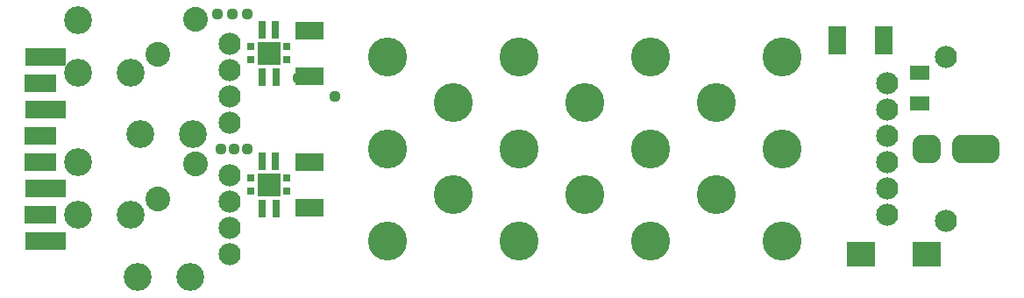
<source format=gbr>
G04 EAGLE Gerber RS-274X export*
G75*
%MOMM*%
%FSLAX34Y34*%
%LPD*%
%INSoldermask Top*%
%IPPOS*%
%AMOC8*
5,1,8,0,0,1.08239X$1,22.5*%
G01*
%ADD10C,3.759200*%
%ADD11C,2.133600*%
%ADD12C,1.728216*%
%ADD13R,1.790600X2.743200*%
%ADD14R,1.905000X1.346200*%
%ADD15C,2.692400*%
%ADD16C,2.387600*%
%ADD17R,2.743200X1.790600*%
%ADD18R,4.013200X1.790700*%
%ADD19R,3.016250X1.746250*%
%ADD20R,2.205000X2.205000*%
%ADD21R,0.703200X1.703200*%
%ADD22R,0.700000X0.700000*%
%ADD23R,2.743200X2.489200*%
%ADD24C,1.109600*%


D10*
X647700Y127000D03*
X266700Y127000D03*
X393700Y127000D03*
X520700Y127000D03*
X647700Y38100D03*
X266700Y38100D03*
X393700Y38100D03*
X520700Y38100D03*
X266700Y215900D03*
X393700Y215900D03*
X520700Y215900D03*
X584200Y171450D03*
X330200Y171450D03*
X457200Y171450D03*
X584200Y82550D03*
X330200Y82550D03*
X457200Y82550D03*
X647700Y215900D03*
D11*
X114300Y101600D03*
X114300Y152400D03*
X114300Y76200D03*
X114300Y50800D03*
X114300Y25400D03*
X114300Y177800D03*
X114300Y203200D03*
X114300Y228600D03*
X749300Y114300D03*
X749300Y139700D03*
X749300Y88900D03*
X749300Y63500D03*
X749300Y165100D03*
X749300Y190500D03*
D12*
X820425Y121925D02*
X849625Y121925D01*
X820425Y121925D02*
X820425Y132075D01*
X849625Y132075D01*
X849625Y121925D01*
X792475Y132075D02*
X782325Y132075D01*
X792475Y132075D02*
X792475Y121925D01*
X782325Y121925D01*
X782325Y132075D01*
D13*
X746125Y231775D03*
X701675Y231775D03*
D14*
X781050Y171005D03*
X781050Y200469D03*
D11*
X806450Y57150D03*
X806450Y215900D03*
D15*
X-31750Y114300D03*
X-31750Y63500D03*
X19050Y63500D03*
D16*
X45242Y78224D03*
X81758Y112276D03*
D17*
X192088Y69850D03*
X192088Y114300D03*
D15*
X-31750Y250825D03*
X-31750Y200025D03*
X19050Y200025D03*
D16*
X45242Y217924D03*
X81758Y251976D03*
D17*
X192088Y196850D03*
X192088Y241300D03*
D18*
X-63500Y215900D03*
X-63500Y165100D03*
X-63500Y38100D03*
X-63500Y88900D03*
D19*
X-68263Y190500D03*
X-68263Y139700D03*
X-68263Y114300D03*
X-68263Y63500D03*
D15*
X28575Y141288D03*
X79375Y141288D03*
X25400Y3175D03*
X76200Y3175D03*
D20*
X152400Y219075D03*
D21*
X146150Y196575D03*
X159275Y196575D03*
X146150Y241575D03*
X158650Y241575D03*
D22*
X134938Y212725D03*
X134938Y225425D03*
X169863Y212725D03*
X169863Y225425D03*
D20*
X152400Y92075D03*
D21*
X146150Y69575D03*
X159275Y69575D03*
X146150Y114575D03*
X158650Y114575D03*
D22*
X134938Y85725D03*
X134938Y98425D03*
X169863Y85725D03*
X169863Y98425D03*
D23*
X723900Y25400D03*
X787400Y25400D03*
D24*
X215900Y177800D03*
X-63500Y38100D03*
X-63500Y165100D03*
X180975Y195263D03*
X-63500Y215900D03*
X-63500Y88900D03*
X-76200Y215900D03*
X-50800Y215900D03*
X-76200Y165100D03*
X-50800Y165100D03*
X-50800Y88900D03*
X-76200Y88900D03*
X-76200Y38100D03*
X131763Y127000D03*
X119063Y127000D03*
X106363Y127000D03*
X195263Y195263D03*
X196850Y69850D03*
X184150Y69850D03*
X-50800Y38100D03*
X103188Y257175D03*
X117475Y257175D03*
X131763Y257175D03*
M02*

</source>
